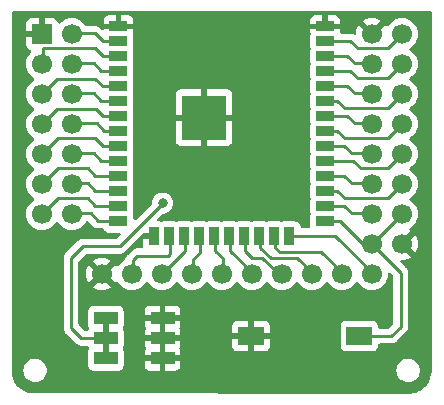
<source format=gbr>
%TF.GenerationSoftware,KiCad,Pcbnew,8.0.4*%
%TF.CreationDate,2024-07-25T09:27:33-04:00*%
%TF.ProjectId,ESP32-WROOM-Socket-Legacy-v2,45535033-322d-4575-924f-4f4d2d536f63,rev?*%
%TF.SameCoordinates,Original*%
%TF.FileFunction,Copper,L1,Top*%
%TF.FilePolarity,Positive*%
%FSLAX46Y46*%
G04 Gerber Fmt 4.6, Leading zero omitted, Abs format (unit mm)*
G04 Created by KiCad (PCBNEW 8.0.4) date 2024-07-25 09:27:33*
%MOMM*%
%LPD*%
G01*
G04 APERTURE LIST*
%TA.AperFunction,SMDPad,CuDef*%
%ADD10R,2.000000X1.100000*%
%TD*%
%TA.AperFunction,SMDPad,CuDef*%
%ADD11R,2.180000X1.600000*%
%TD*%
%TA.AperFunction,ComponentPad*%
%ADD12R,1.700000X1.700000*%
%TD*%
%TA.AperFunction,SMDPad,CuDef*%
%ADD13R,1.500000X0.900000*%
%TD*%
%TA.AperFunction,ComponentPad*%
%ADD14C,1.700000*%
%TD*%
%TA.AperFunction,SMDPad,CuDef*%
%ADD15R,0.900000X1.500000*%
%TD*%
%TA.AperFunction,SMDPad,CuDef*%
%ADD16R,3.800000X3.800000*%
%TD*%
%TA.AperFunction,ViaPad*%
%ADD17C,0.800000*%
%TD*%
%TA.AperFunction,Conductor*%
%ADD18C,0.250000*%
%TD*%
%TA.AperFunction,Conductor*%
%ADD19C,0.500000*%
%TD*%
G04 APERTURE END LIST*
D10*
%TO.P,D1,1,AB*%
%TO.N,Net-(D1-AB)*%
X150140000Y-105375000D03*
%TO.P,D1,2,KB*%
X150140000Y-107075000D03*
%TO.P,D1,3,AR*%
X150140000Y-108775000D03*
%TO.P,D1,4,KR*%
%TO.N,GND*%
X154940000Y-108775000D03*
%TO.P,D1,5,AG*%
X154940000Y-107075000D03*
%TO.P,D1,6,KR*%
X154940000Y-105375000D03*
%TD*%
D11*
%TO.P,SW1,1,1*%
%TO.N,/GPIO0*%
X171600000Y-106900000D03*
%TO.P,SW1,2,2*%
%TO.N,GND*%
X162420000Y-106900000D03*
%TD*%
D12*
%TO.P,U1,1,GND*%
%TO.N,GND*%
X144720000Y-81320000D03*
D13*
X151210000Y-80690000D03*
D14*
%TO.P,U1,2,VDD*%
%TO.N,+3V3*%
X147260000Y-81320000D03*
D13*
X151210000Y-81960000D03*
D14*
%TO.P,U1,3,EN*%
%TO.N,Net-(U1-EN)*%
X144720000Y-83860000D03*
D13*
X151210000Y-83230000D03*
D14*
%TO.P,U1,4,SENSOR_VP*%
%TO.N,unconnected-(U1-SENSOR_VP-Pad4)*%
X147260000Y-83860000D03*
D13*
X151210000Y-84500000D03*
D14*
%TO.P,U1,5,SENSOR_VN*%
%TO.N,unconnected-(U1-SENSOR_VN-Pad5)*%
X144720000Y-86400000D03*
D13*
X151210000Y-85770000D03*
D14*
%TO.P,U1,6,IO34*%
%TO.N,unconnected-(U1-IO34-Pad6)*%
X147260000Y-86400000D03*
D13*
X151210000Y-87040000D03*
D14*
%TO.P,U1,7,IO35*%
%TO.N,unconnected-(U1-IO35-Pad7)*%
X144720000Y-88940000D03*
D13*
X151210000Y-88310000D03*
D14*
%TO.P,U1,8,IO32*%
%TO.N,unconnected-(U1-IO32-Pad8)*%
X147260000Y-88940000D03*
D13*
X151210000Y-89580000D03*
D14*
%TO.P,U1,9,IO33*%
%TO.N,unconnected-(U1-IO33-Pad9)*%
X144720000Y-91480000D03*
D13*
X151210000Y-90850000D03*
D14*
%TO.P,U1,10,IO25*%
%TO.N,unconnected-(U1-IO25-Pad10)*%
X147260000Y-91480000D03*
D13*
X151210000Y-92120000D03*
D14*
%TO.P,U1,11,IO26*%
%TO.N,unconnected-(U1-IO26-Pad11)*%
X144720000Y-94020000D03*
D13*
X151210000Y-93390000D03*
D14*
%TO.P,U1,12,IO27*%
%TO.N,unconnected-(U1-IO27-Pad12)*%
X147260000Y-94020000D03*
D13*
X151210000Y-94660000D03*
D14*
%TO.P,U1,13,IO14*%
%TO.N,unconnected-(U1-IO14-Pad13)*%
X144720000Y-96560000D03*
D13*
X151210000Y-95930000D03*
D14*
%TO.P,U1,14,IO12*%
%TO.N,unconnected-(U1-IO12-Pad14)*%
X147260000Y-96560000D03*
D13*
X151210000Y-97200000D03*
D14*
%TO.P,U1,15,GND*%
%TO.N,GND*%
X149800000Y-101640000D03*
D15*
X154250000Y-98450000D03*
D14*
%TO.P,U1,16,IO13*%
%TO.N,unconnected-(U1-IO13-Pad16)*%
X152340000Y-101640000D03*
D15*
X155520000Y-98450000D03*
D14*
%TO.P,U1,17,SHD/SD2*%
%TO.N,unconnected-(U1-SHD{slash}SD2-Pad17)*%
X154880000Y-101640000D03*
D15*
X156790000Y-98450000D03*
D14*
%TO.P,U1,18,SWP/SD3*%
%TO.N,unconnected-(U1-SWP{slash}SD3-Pad18)*%
X157420000Y-101640000D03*
D15*
X158060000Y-98450000D03*
%TO.P,U1,19,SCS/CMD*%
%TO.N,unconnected-(U1-SCS{slash}CMD-Pad19)*%
X159330000Y-98450000D03*
D14*
X159960000Y-101640000D03*
D15*
%TO.P,U1,20,SCK/CLK*%
%TO.N,unconnected-(U1-SCK{slash}CLK-Pad20)*%
X160600000Y-98450000D03*
D14*
X162500000Y-101640000D03*
D15*
%TO.P,U1,21,SDO/SD0*%
%TO.N,unconnected-(U1-SDO{slash}SD0-Pad21)*%
X161870000Y-98450000D03*
D14*
X165040000Y-101640000D03*
D15*
%TO.P,U1,22,SDI/SD1*%
%TO.N,unconnected-(U1-SDI{slash}SD1-Pad22)*%
X163140000Y-98450000D03*
D14*
X167580000Y-101640000D03*
D15*
%TO.P,U1,23,IO15*%
%TO.N,unconnected-(U1-IO15-Pad23)*%
X164410000Y-98450000D03*
D14*
X170120000Y-101640000D03*
D15*
%TO.P,U1,24,IO2*%
%TO.N,unconnected-(U1-IO2-Pad24)*%
X165680000Y-98450000D03*
D14*
X172660000Y-101640000D03*
D13*
%TO.P,U1,25,IO0*%
%TO.N,/GPIO0*%
X168710000Y-97200000D03*
D14*
X172660000Y-99100000D03*
X175200000Y-96560000D03*
D13*
%TO.P,U1,26,IO4*%
%TO.N,unconnected-(U1-IO4-Pad26)*%
X168710000Y-95930000D03*
D14*
X172660000Y-96560000D03*
D13*
%TO.P,U1,27,IO16*%
%TO.N,unconnected-(U1-IO16-Pad27)*%
X168710000Y-94660000D03*
D14*
X175200000Y-94020000D03*
D13*
%TO.P,U1,28,IO17*%
%TO.N,unconnected-(U1-IO17-Pad28)*%
X168710000Y-93390000D03*
D14*
X172660000Y-94020000D03*
D13*
%TO.P,U1,29,IO5*%
%TO.N,unconnected-(U1-IO5-Pad29)*%
X168710000Y-92120000D03*
D14*
X175200000Y-91480000D03*
D13*
%TO.P,U1,30,IO18*%
%TO.N,unconnected-(U1-IO18-Pad30)*%
X168710000Y-90850000D03*
D14*
X172660000Y-91480000D03*
D13*
%TO.P,U1,31,IO19*%
%TO.N,unconnected-(U1-IO19-Pad31)*%
X168710000Y-89580000D03*
D14*
X175200000Y-88940000D03*
D13*
%TO.P,U1,32,NC*%
%TO.N,unconnected-(U1-NC-Pad32)*%
X168710000Y-88310000D03*
D14*
%TO.N,unconnected-(U1-NC-Pad32)_1*%
X172660000Y-88940000D03*
D13*
%TO.P,U1,33,IO21*%
%TO.N,unconnected-(U1-IO21-Pad33)*%
X168710000Y-87040000D03*
D14*
X175200000Y-86400000D03*
D13*
%TO.P,U1,34,RXD0/IO3*%
%TO.N,unconnected-(U1-RXD0{slash}IO3-Pad34)*%
X168710000Y-85770000D03*
D14*
X172660000Y-86400000D03*
D13*
%TO.P,U1,35,TXD0/IO1*%
%TO.N,unconnected-(U1-TXD0{slash}IO1-Pad35)*%
X168710000Y-84500000D03*
D14*
X175200000Y-83860000D03*
D13*
%TO.P,U1,36,IO22*%
%TO.N,unconnected-(U1-IO22-Pad36)*%
X168710000Y-83230000D03*
D14*
X172660000Y-83860000D03*
D13*
%TO.P,U1,37,IO23*%
%TO.N,unconnected-(U1-IO23-Pad37)*%
X168710000Y-81960000D03*
D14*
X175200000Y-81320000D03*
D13*
%TO.P,U1,38,GND*%
%TO.N,GND*%
X168710000Y-80690000D03*
D14*
X172660000Y-81320000D03*
X175200000Y-99100000D03*
D16*
%TO.P,U1,39,GND*%
X158460000Y-88410000D03*
%TD*%
D17*
%TO.N,Net-(D1-AB)*%
X154950000Y-95650000D03*
%TD*%
D18*
%TO.N,unconnected-(U1-SENSOR_VP-Pad4)*%
X147320000Y-83820000D02*
X149098000Y-83820000D01*
X149098000Y-83820000D02*
X149738000Y-84460000D01*
X149738000Y-84460000D02*
X151270000Y-84460000D01*
%TO.N,unconnected-(U1-SENSOR_VN-Pad5)*%
X144780000Y-86360000D02*
X146040000Y-85100000D01*
X149860000Y-85730000D02*
X151270000Y-85730000D01*
X149230000Y-85100000D02*
X149860000Y-85730000D01*
X146040000Y-85100000D02*
X149230000Y-85100000D01*
%TO.N,unconnected-(U1-IO34-Pad6)*%
X149098000Y-86360000D02*
X147320000Y-86360000D01*
X149738000Y-87000000D02*
X149098000Y-86360000D01*
X151270000Y-87000000D02*
X149738000Y-87000000D01*
%TO.N,unconnected-(U1-IO35-Pad7)*%
X145980000Y-87700000D02*
X149290000Y-87700000D01*
X149860000Y-88270000D02*
X151270000Y-88270000D01*
X144780000Y-88900000D02*
X145980000Y-87700000D01*
X149290000Y-87700000D02*
X149860000Y-88270000D01*
%TO.N,unconnected-(U1-IO32-Pad8)*%
X151270000Y-89540000D02*
X149992000Y-89540000D01*
X149352000Y-88900000D02*
X147320000Y-88900000D01*
X149992000Y-89540000D02*
X149352000Y-88900000D01*
%TO.N,unconnected-(U1-IO33-Pad9)*%
X149220000Y-90170000D02*
X149860000Y-90810000D01*
X146050000Y-90170000D02*
X149220000Y-90170000D01*
X144780000Y-91440000D02*
X146050000Y-90170000D01*
X149860000Y-90810000D02*
X151270000Y-90810000D01*
%TO.N,unconnected-(U1-IO25-Pad10)*%
X149738000Y-92080000D02*
X149098000Y-91440000D01*
X151270000Y-92080000D02*
X149738000Y-92080000D01*
X149098000Y-91440000D02*
X147320000Y-91440000D01*
%TO.N,unconnected-(U1-IO26-Pad11)*%
X148590000Y-92710000D02*
X146050000Y-92710000D01*
X149230000Y-93350000D02*
X148590000Y-92710000D01*
X146050000Y-92710000D02*
X144780000Y-93980000D01*
X151270000Y-93350000D02*
X149230000Y-93350000D01*
%TO.N,unconnected-(U1-IO27-Pad12)*%
X151270000Y-94620000D02*
X149230000Y-94620000D01*
X148590000Y-93980000D02*
X147320000Y-93980000D01*
X149230000Y-94620000D02*
X148590000Y-93980000D01*
%TO.N,unconnected-(U1-IO14-Pad13)*%
X144780000Y-96520000D02*
X146050000Y-95250000D01*
X146050000Y-95250000D02*
X148590000Y-95250000D01*
X149230000Y-95890000D02*
X151270000Y-95890000D01*
X148590000Y-95250000D02*
X149230000Y-95890000D01*
%TO.N,unconnected-(U1-IO12-Pad14)*%
X148844000Y-96520000D02*
X147320000Y-96520000D01*
X149484000Y-97160000D02*
X148844000Y-96520000D01*
X151270000Y-97160000D02*
X149484000Y-97160000D01*
%TO.N,unconnected-(U1-IO13-Pad16)*%
X152400000Y-101600000D02*
X152400000Y-100500000D01*
X155400000Y-100100000D02*
X155580000Y-99920000D01*
X152800000Y-100100000D02*
X155400000Y-100100000D01*
X155580000Y-99920000D02*
X155580000Y-98410000D01*
X152400000Y-100500000D02*
X152800000Y-100100000D01*
%TO.N,unconnected-(U1-SHD{slash}SD2-Pad17)*%
X154940000Y-101600000D02*
X156850000Y-99690000D01*
X156850000Y-99690000D02*
X156850000Y-98410000D01*
%TO.N,unconnected-(U1-SWP{slash}SD3-Pad18)*%
X157480000Y-100420000D02*
X158120000Y-99780000D01*
X158120000Y-99780000D02*
X158120000Y-98410000D01*
X157480000Y-101600000D02*
X157480000Y-100420000D01*
%TO.N,unconnected-(U1-SCS{slash}CMD-Pad19)*%
X160020000Y-101600000D02*
X160020000Y-100320000D01*
X159390000Y-99690000D02*
X159390000Y-98410000D01*
X160020000Y-100320000D02*
X159390000Y-99690000D01*
%TO.N,unconnected-(U1-SCK{slash}CLK-Pad20)*%
X162560000Y-101600000D02*
X160660000Y-99700000D01*
X160660000Y-99700000D02*
X160660000Y-98410000D01*
%TO.N,unconnected-(U1-SDO{slash}SD0-Pad21)*%
X163400000Y-100300000D02*
X162500000Y-100300000D01*
X161930000Y-99730000D02*
X161930000Y-98410000D01*
X164700000Y-101600000D02*
X163400000Y-100300000D01*
X165100000Y-101600000D02*
X164700000Y-101600000D01*
X162500000Y-100300000D02*
X161930000Y-99730000D01*
%TO.N,unconnected-(U1-SDI{slash}SD1-Pad22)*%
X164090000Y-100300000D02*
X166340000Y-100300000D01*
X163200000Y-98410000D02*
X163200000Y-99410000D01*
X166340000Y-100300000D02*
X167640000Y-101600000D01*
X163200000Y-99410000D02*
X164090000Y-100300000D01*
%TO.N,unconnected-(U1-IO15-Pad23)*%
X164470000Y-99410000D02*
X164860000Y-99800000D01*
X164470000Y-98410000D02*
X164470000Y-99410000D01*
X168380000Y-99800000D02*
X170180000Y-101600000D01*
X164860000Y-99800000D02*
X168380000Y-99800000D01*
%TO.N,unconnected-(U1-IO2-Pad24)*%
X169530000Y-98410000D02*
X172720000Y-101600000D01*
X165740000Y-98410000D02*
X169530000Y-98410000D01*
%TO.N,unconnected-(U1-IO4-Pad26)*%
X170942000Y-96520000D02*
X172720000Y-96520000D01*
X170312000Y-95890000D02*
X170942000Y-96520000D01*
X168770000Y-95890000D02*
X170312000Y-95890000D01*
%TO.N,unconnected-(U1-IO16-Pad27)*%
X173990000Y-95250000D02*
X175260000Y-93980000D01*
X169733000Y-94620000D02*
X170363000Y-95250000D01*
X170363000Y-95250000D02*
X173990000Y-95250000D01*
X168770000Y-94620000D02*
X169733000Y-94620000D01*
%TO.N,unconnected-(U1-IO17-Pad28)*%
X168770000Y-93350000D02*
X170312000Y-93350000D01*
X170942000Y-93980000D02*
X172720000Y-93980000D01*
X170312000Y-93350000D02*
X170942000Y-93980000D01*
%TO.N,unconnected-(U1-IO5-Pad29)*%
X171074000Y-92080000D02*
X171704000Y-92710000D01*
X173990000Y-92710000D02*
X175260000Y-91440000D01*
X168770000Y-92080000D02*
X171074000Y-92080000D01*
X171704000Y-92710000D02*
X173990000Y-92710000D01*
%TO.N,unconnected-(U1-IO18-Pad30)*%
X170942000Y-91440000D02*
X172720000Y-91440000D01*
X170312000Y-90810000D02*
X170942000Y-91440000D01*
X168770000Y-90810000D02*
X170312000Y-90810000D01*
%TO.N,unconnected-(U1-IO19-Pad31)*%
X173990000Y-90170000D02*
X175260000Y-88900000D01*
X168770000Y-89540000D02*
X169733000Y-89540000D01*
X170363000Y-90170000D02*
X173990000Y-90170000D01*
X169733000Y-89540000D02*
X170363000Y-90170000D01*
%TO.N,unconnected-(U1-NC-Pad32)*%
X171196000Y-88900000D02*
X172720000Y-88900000D01*
X168770000Y-88270000D02*
X170566000Y-88270000D01*
X170566000Y-88270000D02*
X171196000Y-88900000D01*
%TO.N,unconnected-(U1-IO21-Pad33)*%
X170363000Y-87630000D02*
X173990000Y-87630000D01*
X173990000Y-87630000D02*
X175260000Y-86360000D01*
X168770000Y-87000000D02*
X169733000Y-87000000D01*
X169733000Y-87000000D02*
X170363000Y-87630000D01*
%TO.N,unconnected-(U1-RXD0{slash}IO3-Pad34)*%
X168770000Y-85730000D02*
X170566000Y-85730000D01*
X170566000Y-85730000D02*
X171196000Y-86360000D01*
X171196000Y-86360000D02*
X172720000Y-86360000D01*
%TO.N,unconnected-(U1-TXD0{slash}IO1-Pad35)*%
X170820000Y-84460000D02*
X171450000Y-85090000D01*
X173990000Y-85090000D02*
X175260000Y-83820000D01*
X171450000Y-85090000D02*
X173990000Y-85090000D01*
X168770000Y-84460000D02*
X170820000Y-84460000D01*
%TO.N,unconnected-(U1-IO22-Pad36)*%
X168770000Y-83190000D02*
X170566000Y-83190000D01*
X170566000Y-83190000D02*
X171196000Y-83820000D01*
X171196000Y-83820000D02*
X172720000Y-83820000D01*
%TO.N,unconnected-(U1-IO23-Pad37)*%
X173990000Y-82550000D02*
X175260000Y-81280000D01*
X168770000Y-81920000D02*
X170820000Y-81920000D01*
X170820000Y-81920000D02*
X171450000Y-82550000D01*
X171450000Y-82550000D02*
X173990000Y-82550000D01*
%TO.N,+3V3*%
X149220000Y-81280000D02*
X149860000Y-81920000D01*
X151270000Y-81920000D02*
X149860000Y-81920000D01*
X147320000Y-81280000D02*
X149220000Y-81280000D01*
%TO.N,Net-(D1-AB)*%
X151300000Y-99300000D02*
X154950000Y-95650000D01*
X148200000Y-99300000D02*
X151300000Y-99300000D01*
X150140000Y-107075000D02*
X148075000Y-107075000D01*
D19*
X150140000Y-108775000D02*
X150140000Y-107075000D01*
D18*
X148075000Y-107075000D02*
X147200000Y-106200000D01*
D19*
X150140000Y-107075000D02*
X150140000Y-105375000D01*
D18*
X147200000Y-106200000D02*
X147200000Y-100300000D01*
X147200000Y-100300000D02*
X148200000Y-99300000D01*
%TO.N,Net-(U1-EN)*%
X149220000Y-82550000D02*
X144780000Y-82550000D01*
X149860000Y-83190000D02*
X149220000Y-82550000D01*
X151270000Y-83190000D02*
X149860000Y-83190000D01*
X144780000Y-82550000D02*
X144780000Y-83820000D01*
%TO.N,/GPIO0*%
X172660000Y-99100000D02*
X175100000Y-101540000D01*
X171826000Y-99060000D02*
X172720000Y-99060000D01*
X169926000Y-97160000D02*
X171826000Y-99060000D01*
X174300000Y-106900000D02*
X171600000Y-106900000D01*
X175100000Y-106100000D02*
X174300000Y-106900000D01*
X175100000Y-101540000D02*
X175100000Y-106100000D01*
X172720000Y-99060000D02*
X175260000Y-96520000D01*
X168770000Y-97160000D02*
X169926000Y-97160000D01*
%TD*%
%TA.AperFunction,Conductor*%
%TO.N,GND*%
G36*
X177683039Y-79409685D02*
G01*
X177728794Y-79462489D01*
X177740000Y-79514000D01*
X177740000Y-109798910D01*
X177739980Y-109801122D01*
X177737590Y-109935101D01*
X177736348Y-109950536D01*
X177698051Y-110216897D01*
X177694290Y-110234185D01*
X177618791Y-110491311D01*
X177612608Y-110507887D01*
X177501284Y-110751654D01*
X177492805Y-110767183D01*
X177347922Y-110992624D01*
X177337320Y-111006787D01*
X177161827Y-111209317D01*
X177149317Y-111221827D01*
X176946787Y-111397320D01*
X176932624Y-111407922D01*
X176707183Y-111552805D01*
X176691654Y-111561284D01*
X176447887Y-111672608D01*
X176431311Y-111678791D01*
X176174185Y-111754290D01*
X176156897Y-111758051D01*
X175911170Y-111793381D01*
X175893175Y-111794643D01*
X143566064Y-111703836D01*
X143531482Y-111698814D01*
X143463277Y-111678788D01*
X143446713Y-111672609D01*
X143202945Y-111561284D01*
X143187421Y-111552808D01*
X142961974Y-111407921D01*
X142947812Y-111397320D01*
X142745282Y-111221827D01*
X142732772Y-111209317D01*
X142557279Y-111006787D01*
X142546677Y-110992624D01*
X142401788Y-110767173D01*
X142393315Y-110751654D01*
X142388070Y-110740170D01*
X142331893Y-110617159D01*
X142281991Y-110507887D01*
X142275808Y-110491311D01*
X142205023Y-110250238D01*
X142200000Y-110215303D01*
X142200000Y-109800001D01*
X143152021Y-109800001D01*
X143172542Y-110001820D01*
X143233268Y-110195365D01*
X143233275Y-110195380D01*
X143331717Y-110372739D01*
X143331720Y-110372744D01*
X143463854Y-110526661D01*
X143463855Y-110526663D01*
X143624266Y-110650829D01*
X143624271Y-110650833D01*
X143806398Y-110740171D01*
X144002781Y-110791018D01*
X144205379Y-110801293D01*
X144405898Y-110770574D01*
X144596129Y-110700121D01*
X144768283Y-110592816D01*
X144915314Y-110453053D01*
X145031200Y-110286554D01*
X145111199Y-110100136D01*
X145152034Y-109901430D01*
X145153967Y-109824999D01*
X145154599Y-109800015D01*
X145154599Y-109799986D01*
X145152034Y-109698576D01*
X145152034Y-109698575D01*
X145152034Y-109698572D01*
X145111199Y-109499866D01*
X145031200Y-109313448D01*
X144971212Y-109227261D01*
X144915314Y-109146949D01*
X144768284Y-109007187D01*
X144768283Y-109007186D01*
X144596129Y-108899881D01*
X144487987Y-108859830D01*
X144405899Y-108829428D01*
X144405893Y-108829427D01*
X144205380Y-108798709D01*
X144205379Y-108798709D01*
X144104080Y-108803846D01*
X144002780Y-108808984D01*
X143806397Y-108859831D01*
X143624267Y-108949171D01*
X143463855Y-109073338D01*
X143463854Y-109073340D01*
X143331720Y-109227257D01*
X143331717Y-109227262D01*
X143233275Y-109404621D01*
X143233268Y-109404636D01*
X143172542Y-109598181D01*
X143152021Y-109800001D01*
X142200000Y-109800001D01*
X142200000Y-83859999D01*
X143364341Y-83859999D01*
X143364341Y-83860000D01*
X143384936Y-84095403D01*
X143384938Y-84095413D01*
X143446094Y-84323655D01*
X143446096Y-84323659D01*
X143446097Y-84323663D01*
X143450000Y-84332032D01*
X143545965Y-84537830D01*
X143545967Y-84537834D01*
X143681501Y-84731395D01*
X143681506Y-84731402D01*
X143848597Y-84898493D01*
X143848603Y-84898498D01*
X144034158Y-85028425D01*
X144077783Y-85083002D01*
X144084977Y-85152500D01*
X144053454Y-85214855D01*
X144034158Y-85231575D01*
X143848597Y-85361505D01*
X143681505Y-85528597D01*
X143545965Y-85722169D01*
X143545964Y-85722171D01*
X143446098Y-85936335D01*
X143446094Y-85936344D01*
X143384938Y-86164586D01*
X143384936Y-86164596D01*
X143364341Y-86399999D01*
X143364341Y-86400000D01*
X143384936Y-86635403D01*
X143384938Y-86635413D01*
X143446094Y-86863655D01*
X143446096Y-86863659D01*
X143446097Y-86863663D01*
X143450000Y-86872032D01*
X143545965Y-87077830D01*
X143545967Y-87077834D01*
X143681501Y-87271395D01*
X143681506Y-87271402D01*
X143848597Y-87438493D01*
X143848603Y-87438498D01*
X144034158Y-87568425D01*
X144077783Y-87623002D01*
X144084977Y-87692500D01*
X144053454Y-87754855D01*
X144034158Y-87771575D01*
X143848597Y-87901505D01*
X143681505Y-88068597D01*
X143545965Y-88262169D01*
X143545964Y-88262171D01*
X143446098Y-88476335D01*
X143446094Y-88476344D01*
X143384938Y-88704586D01*
X143384936Y-88704596D01*
X143364341Y-88939999D01*
X143364341Y-88940000D01*
X143384936Y-89175403D01*
X143384938Y-89175413D01*
X143446094Y-89403655D01*
X143446096Y-89403659D01*
X143446097Y-89403663D01*
X143450000Y-89412032D01*
X143545965Y-89617830D01*
X143545967Y-89617834D01*
X143681501Y-89811395D01*
X143681506Y-89811402D01*
X143848597Y-89978493D01*
X143848603Y-89978498D01*
X144034158Y-90108425D01*
X144077783Y-90163002D01*
X144084977Y-90232500D01*
X144053454Y-90294855D01*
X144034158Y-90311575D01*
X143848597Y-90441505D01*
X143681505Y-90608597D01*
X143545965Y-90802169D01*
X143545964Y-90802171D01*
X143446098Y-91016335D01*
X143446094Y-91016344D01*
X143384938Y-91244586D01*
X143384936Y-91244596D01*
X143364341Y-91479999D01*
X143364341Y-91480000D01*
X143384936Y-91715403D01*
X143384938Y-91715413D01*
X143446094Y-91943655D01*
X143446096Y-91943659D01*
X143446097Y-91943663D01*
X143450000Y-91952032D01*
X143545965Y-92157830D01*
X143545967Y-92157834D01*
X143681501Y-92351395D01*
X143681506Y-92351402D01*
X143848597Y-92518493D01*
X143848603Y-92518498D01*
X144034158Y-92648425D01*
X144077783Y-92703002D01*
X144084977Y-92772500D01*
X144053454Y-92834855D01*
X144034158Y-92851575D01*
X143848597Y-92981505D01*
X143681505Y-93148597D01*
X143545965Y-93342169D01*
X143545964Y-93342171D01*
X143446098Y-93556335D01*
X143446094Y-93556344D01*
X143384938Y-93784586D01*
X143384936Y-93784596D01*
X143364341Y-94019999D01*
X143364341Y-94020000D01*
X143384936Y-94255403D01*
X143384938Y-94255413D01*
X143446094Y-94483655D01*
X143446096Y-94483659D01*
X143446097Y-94483663D01*
X143450000Y-94492032D01*
X143545965Y-94697830D01*
X143545967Y-94697834D01*
X143681501Y-94891395D01*
X143681506Y-94891402D01*
X143848597Y-95058493D01*
X143848603Y-95058498D01*
X144034158Y-95188425D01*
X144077783Y-95243002D01*
X144084977Y-95312500D01*
X144053454Y-95374855D01*
X144034158Y-95391575D01*
X143848597Y-95521505D01*
X143681505Y-95688597D01*
X143545965Y-95882169D01*
X143545964Y-95882171D01*
X143446098Y-96096335D01*
X143446094Y-96096344D01*
X143384938Y-96324586D01*
X143384936Y-96324596D01*
X143364341Y-96559999D01*
X143364341Y-96560000D01*
X143384936Y-96795403D01*
X143384938Y-96795413D01*
X143446094Y-97023655D01*
X143446096Y-97023659D01*
X143446097Y-97023663D01*
X143531080Y-97205909D01*
X143545965Y-97237830D01*
X143545967Y-97237834D01*
X143654281Y-97392521D01*
X143681505Y-97431401D01*
X143848599Y-97598495D01*
X143925195Y-97652128D01*
X144042165Y-97734032D01*
X144042167Y-97734033D01*
X144042170Y-97734035D01*
X144256337Y-97833903D01*
X144484592Y-97895063D01*
X144672918Y-97911539D01*
X144719999Y-97915659D01*
X144720000Y-97915659D01*
X144720001Y-97915659D01*
X144759234Y-97912226D01*
X144955408Y-97895063D01*
X145183663Y-97833903D01*
X145397830Y-97734035D01*
X145591401Y-97598495D01*
X145758495Y-97431401D01*
X145888425Y-97245842D01*
X145943002Y-97202217D01*
X146012500Y-97195023D01*
X146074855Y-97226546D01*
X146091575Y-97245842D01*
X146221500Y-97431395D01*
X146221505Y-97431401D01*
X146388599Y-97598495D01*
X146465195Y-97652128D01*
X146582165Y-97734032D01*
X146582167Y-97734033D01*
X146582170Y-97734035D01*
X146796337Y-97833903D01*
X147024592Y-97895063D01*
X147212918Y-97911539D01*
X147259999Y-97915659D01*
X147260000Y-97915659D01*
X147260001Y-97915659D01*
X147299234Y-97912226D01*
X147495408Y-97895063D01*
X147723663Y-97833903D01*
X147937830Y-97734035D01*
X148131401Y-97598495D01*
X148298495Y-97431401D01*
X148434035Y-97237830D01*
X148436535Y-97232466D01*
X148482704Y-97180028D01*
X148549897Y-97160874D01*
X148616779Y-97181087D01*
X148636599Y-97197189D01*
X149085263Y-97645855D01*
X149085267Y-97645858D01*
X149187710Y-97714309D01*
X149187711Y-97714309D01*
X149187715Y-97714312D01*
X149254396Y-97741931D01*
X149254398Y-97741933D01*
X149291940Y-97757483D01*
X149301548Y-97761463D01*
X149319014Y-97764937D01*
X149396549Y-97780360D01*
X149422393Y-97785501D01*
X149422394Y-97785501D01*
X149551721Y-97785501D01*
X149551741Y-97785500D01*
X149890263Y-97785500D01*
X149957302Y-97805185D01*
X150003057Y-97857989D01*
X150006445Y-97866167D01*
X150016202Y-97892328D01*
X150016206Y-97892335D01*
X150102452Y-98007544D01*
X150102455Y-98007547D01*
X150217664Y-98093793D01*
X150217671Y-98093797D01*
X150352517Y-98144091D01*
X150352516Y-98144091D01*
X150359444Y-98144835D01*
X150412127Y-98150500D01*
X151265548Y-98150499D01*
X151332587Y-98170183D01*
X151378342Y-98222987D01*
X151388286Y-98292146D01*
X151359261Y-98355702D01*
X151353229Y-98362180D01*
X151077229Y-98638181D01*
X151015906Y-98671666D01*
X150989548Y-98674500D01*
X148267741Y-98674500D01*
X148267721Y-98674499D01*
X148261607Y-98674499D01*
X148138394Y-98674499D01*
X148037597Y-98694548D01*
X148037592Y-98694548D01*
X148017549Y-98698536D01*
X148017547Y-98698536D01*
X147970397Y-98718067D01*
X147903719Y-98745685D01*
X147903717Y-98745686D01*
X147801266Y-98814141D01*
X147801263Y-98814144D01*
X147049484Y-99565925D01*
X146801269Y-99814140D01*
X146801267Y-99814142D01*
X146773803Y-99841606D01*
X146714142Y-99901266D01*
X146692175Y-99934143D01*
X146645689Y-100003712D01*
X146645685Y-100003719D01*
X146621524Y-100062052D01*
X146621524Y-100062053D01*
X146606331Y-100098729D01*
X146606332Y-100098730D01*
X146605283Y-100101264D01*
X146598537Y-100117549D01*
X146578983Y-100215858D01*
X146574500Y-100238394D01*
X146574500Y-106138393D01*
X146574500Y-106261607D01*
X146574500Y-106261609D01*
X146574499Y-106261609D01*
X146581845Y-106298534D01*
X146581845Y-106298536D01*
X146598535Y-106382444D01*
X146598539Y-106382458D01*
X146609913Y-106409917D01*
X146645685Y-106496281D01*
X146645687Y-106496284D01*
X146679914Y-106547507D01*
X146679915Y-106547509D01*
X146714141Y-106598733D01*
X146805586Y-106690178D01*
X146805608Y-106690198D01*
X147586016Y-107470606D01*
X147586045Y-107470637D01*
X147676264Y-107560856D01*
X147676267Y-107560858D01*
X147753190Y-107612256D01*
X147778710Y-107629309D01*
X147778712Y-107629310D01*
X147778715Y-107629312D01*
X147845396Y-107656931D01*
X147845398Y-107656933D01*
X147883770Y-107672827D01*
X147892548Y-107676463D01*
X147952971Y-107688481D01*
X148013393Y-107700500D01*
X148013394Y-107700500D01*
X148547885Y-107700500D01*
X148614924Y-107720185D01*
X148660679Y-107772989D01*
X148664067Y-107781167D01*
X148699303Y-107875641D01*
X148697575Y-107876285D01*
X148710095Y-107933853D01*
X148698310Y-107973988D01*
X148699303Y-107974359D01*
X148645908Y-108117517D01*
X148643083Y-108143797D01*
X148639501Y-108177123D01*
X148639500Y-108177135D01*
X148639500Y-109372870D01*
X148639501Y-109372876D01*
X148645908Y-109432483D01*
X148696202Y-109567328D01*
X148696206Y-109567335D01*
X148782452Y-109682544D01*
X148782455Y-109682547D01*
X148897664Y-109768793D01*
X148897671Y-109768797D01*
X149032517Y-109819091D01*
X149032516Y-109819091D01*
X149039444Y-109819835D01*
X149092127Y-109825500D01*
X151187872Y-109825499D01*
X151247483Y-109819091D01*
X151382331Y-109768796D01*
X151497546Y-109682546D01*
X151583796Y-109567331D01*
X151634091Y-109432483D01*
X151640500Y-109372873D01*
X151640500Y-109372844D01*
X153440000Y-109372844D01*
X153446401Y-109432372D01*
X153446403Y-109432379D01*
X153496645Y-109567086D01*
X153496649Y-109567093D01*
X153582809Y-109682187D01*
X153582812Y-109682190D01*
X153697906Y-109768350D01*
X153697913Y-109768354D01*
X153832620Y-109818596D01*
X153832627Y-109818598D01*
X153892155Y-109824999D01*
X153892172Y-109825000D01*
X154690000Y-109825000D01*
X155190000Y-109825000D01*
X155987828Y-109825000D01*
X155987844Y-109824999D01*
X156047372Y-109818598D01*
X156047379Y-109818596D01*
X156097238Y-109800000D01*
X174737422Y-109800000D01*
X174757943Y-110001819D01*
X174818669Y-110195364D01*
X174818676Y-110195379D01*
X174917118Y-110372738D01*
X174917121Y-110372743D01*
X175049255Y-110526660D01*
X175049256Y-110526662D01*
X175134721Y-110592816D01*
X175209672Y-110650832D01*
X175391799Y-110740170D01*
X175588182Y-110791017D01*
X175790780Y-110801292D01*
X175991299Y-110770573D01*
X176181530Y-110700120D01*
X176353684Y-110592815D01*
X176500715Y-110453052D01*
X176616601Y-110286553D01*
X176696600Y-110100135D01*
X176737435Y-109901429D01*
X176740000Y-109800000D01*
X176739972Y-109798910D01*
X176737435Y-109698575D01*
X176737435Y-109698571D01*
X176696600Y-109499865D01*
X176616601Y-109313447D01*
X176556613Y-109227260D01*
X176500715Y-109146948D01*
X176353685Y-109007186D01*
X176353684Y-109007185D01*
X176181530Y-108899880D01*
X176181522Y-108899877D01*
X175991300Y-108829427D01*
X175991294Y-108829426D01*
X175790781Y-108798708D01*
X175790780Y-108798708D01*
X175689481Y-108803845D01*
X175588181Y-108808983D01*
X175391798Y-108859830D01*
X175209668Y-108949170D01*
X175049256Y-109073337D01*
X175049255Y-109073339D01*
X174917121Y-109227256D01*
X174917118Y-109227261D01*
X174818676Y-109404620D01*
X174818669Y-109404635D01*
X174757943Y-109598180D01*
X174737422Y-109800000D01*
X156097238Y-109800000D01*
X156182086Y-109768354D01*
X156182093Y-109768350D01*
X156297187Y-109682190D01*
X156297190Y-109682187D01*
X156383350Y-109567093D01*
X156383354Y-109567086D01*
X156433596Y-109432379D01*
X156433598Y-109432372D01*
X156439999Y-109372844D01*
X156440000Y-109372827D01*
X156440000Y-109025000D01*
X155190000Y-109025000D01*
X155190000Y-109825000D01*
X154690000Y-109825000D01*
X154690000Y-109025000D01*
X153440000Y-109025000D01*
X153440000Y-109372844D01*
X151640500Y-109372844D01*
X151640499Y-108177128D01*
X151634091Y-108117517D01*
X151583796Y-107982669D01*
X151583794Y-107982666D01*
X151580696Y-107974360D01*
X151582426Y-107973714D01*
X151569902Y-107916163D01*
X151581691Y-107876011D01*
X151580696Y-107875640D01*
X151583794Y-107867333D01*
X151583796Y-107867331D01*
X151634091Y-107732483D01*
X151640500Y-107672873D01*
X151640500Y-107672844D01*
X153440000Y-107672844D01*
X153446401Y-107732372D01*
X153446403Y-107732379D01*
X153499746Y-107875399D01*
X153498091Y-107876016D01*
X153510669Y-107933855D01*
X153498807Y-107974251D01*
X153499746Y-107974601D01*
X153446403Y-108117620D01*
X153446401Y-108117627D01*
X153440000Y-108177155D01*
X153440000Y-108525000D01*
X154690000Y-108525000D01*
X155190000Y-108525000D01*
X156440000Y-108525000D01*
X156440000Y-108177172D01*
X156439999Y-108177155D01*
X156433598Y-108117627D01*
X156433597Y-108117623D01*
X156380253Y-107974602D01*
X156381909Y-107973984D01*
X156369327Y-107916160D01*
X156381193Y-107875748D01*
X156380253Y-107875398D01*
X156427828Y-107747844D01*
X160830000Y-107747844D01*
X160836401Y-107807372D01*
X160836403Y-107807379D01*
X160886645Y-107942086D01*
X160886649Y-107942093D01*
X160972809Y-108057187D01*
X160972812Y-108057190D01*
X161087906Y-108143350D01*
X161087913Y-108143354D01*
X161222620Y-108193596D01*
X161222627Y-108193598D01*
X161282155Y-108199999D01*
X161282172Y-108200000D01*
X162170000Y-108200000D01*
X162670000Y-108200000D01*
X163557828Y-108200000D01*
X163557844Y-108199999D01*
X163617372Y-108193598D01*
X163617379Y-108193596D01*
X163752086Y-108143354D01*
X163752093Y-108143350D01*
X163867187Y-108057190D01*
X163867190Y-108057187D01*
X163953350Y-107942093D01*
X163953354Y-107942086D01*
X164003596Y-107807379D01*
X164003598Y-107807372D01*
X164009999Y-107747844D01*
X164010000Y-107747827D01*
X164010000Y-107150000D01*
X162670000Y-107150000D01*
X162670000Y-108200000D01*
X162170000Y-108200000D01*
X162170000Y-107150000D01*
X160830000Y-107150000D01*
X160830000Y-107747844D01*
X156427828Y-107747844D01*
X156433597Y-107732376D01*
X156433598Y-107732372D01*
X156439999Y-107672844D01*
X156440000Y-107672827D01*
X156440000Y-107325000D01*
X155190000Y-107325000D01*
X155190000Y-108525000D01*
X154690000Y-108525000D01*
X154690000Y-107325000D01*
X153440000Y-107325000D01*
X153440000Y-107672844D01*
X151640500Y-107672844D01*
X151640499Y-106477128D01*
X151634091Y-106417517D01*
X151583796Y-106282669D01*
X151583794Y-106282666D01*
X151580696Y-106274360D01*
X151582426Y-106273714D01*
X151569902Y-106216163D01*
X151581691Y-106176011D01*
X151580696Y-106175640D01*
X151583794Y-106167333D01*
X151583796Y-106167331D01*
X151634091Y-106032483D01*
X151640500Y-105972873D01*
X151640500Y-105972844D01*
X153440000Y-105972844D01*
X153446401Y-106032372D01*
X153446403Y-106032379D01*
X153499746Y-106175399D01*
X153498091Y-106176016D01*
X153510669Y-106233855D01*
X153498807Y-106274251D01*
X153499746Y-106274601D01*
X153446403Y-106417620D01*
X153446401Y-106417627D01*
X153440000Y-106477155D01*
X153440000Y-106825000D01*
X154690000Y-106825000D01*
X155190000Y-106825000D01*
X156440000Y-106825000D01*
X156440000Y-106477172D01*
X156439999Y-106477155D01*
X156433598Y-106417627D01*
X156433597Y-106417623D01*
X156380253Y-106274602D01*
X156381909Y-106273984D01*
X156369327Y-106216160D01*
X156381193Y-106175748D01*
X156380253Y-106175398D01*
X156426220Y-106052155D01*
X160830000Y-106052155D01*
X160830000Y-106650000D01*
X162170000Y-106650000D01*
X162670000Y-106650000D01*
X164010000Y-106650000D01*
X164010000Y-106052172D01*
X164009999Y-106052155D01*
X164003598Y-105992627D01*
X164003596Y-105992620D01*
X163953354Y-105857913D01*
X163953350Y-105857906D01*
X163867190Y-105742812D01*
X163867187Y-105742809D01*
X163752093Y-105656649D01*
X163752086Y-105656645D01*
X163617379Y-105606403D01*
X163617372Y-105606401D01*
X163557844Y-105600000D01*
X162670000Y-105600000D01*
X162670000Y-106650000D01*
X162170000Y-106650000D01*
X162170000Y-105600000D01*
X161282155Y-105600000D01*
X161222627Y-105606401D01*
X161222620Y-105606403D01*
X161087913Y-105656645D01*
X161087906Y-105656649D01*
X160972812Y-105742809D01*
X160972809Y-105742812D01*
X160886649Y-105857906D01*
X160886645Y-105857913D01*
X160836403Y-105992620D01*
X160836401Y-105992627D01*
X160830000Y-106052155D01*
X156426220Y-106052155D01*
X156433597Y-106032376D01*
X156433598Y-106032372D01*
X156439999Y-105972844D01*
X156440000Y-105972827D01*
X156440000Y-105625000D01*
X155190000Y-105625000D01*
X155190000Y-106825000D01*
X154690000Y-106825000D01*
X154690000Y-105625000D01*
X153440000Y-105625000D01*
X153440000Y-105972844D01*
X151640500Y-105972844D01*
X151640499Y-104777155D01*
X153440000Y-104777155D01*
X153440000Y-105125000D01*
X154690000Y-105125000D01*
X155190000Y-105125000D01*
X156440000Y-105125000D01*
X156440000Y-104777172D01*
X156439999Y-104777155D01*
X156433598Y-104717627D01*
X156433596Y-104717620D01*
X156383354Y-104582913D01*
X156383350Y-104582906D01*
X156297190Y-104467812D01*
X156297187Y-104467809D01*
X156182093Y-104381649D01*
X156182086Y-104381645D01*
X156047379Y-104331403D01*
X156047372Y-104331401D01*
X155987844Y-104325000D01*
X155190000Y-104325000D01*
X155190000Y-105125000D01*
X154690000Y-105125000D01*
X154690000Y-104325000D01*
X153892155Y-104325000D01*
X153832627Y-104331401D01*
X153832620Y-104331403D01*
X153697913Y-104381645D01*
X153697906Y-104381649D01*
X153582812Y-104467809D01*
X153582809Y-104467812D01*
X153496649Y-104582906D01*
X153496645Y-104582913D01*
X153446403Y-104717620D01*
X153446401Y-104717627D01*
X153440000Y-104777155D01*
X151640499Y-104777155D01*
X151640499Y-104777128D01*
X151634091Y-104717517D01*
X151583884Y-104582906D01*
X151583797Y-104582671D01*
X151583793Y-104582664D01*
X151497547Y-104467455D01*
X151497544Y-104467452D01*
X151382335Y-104381206D01*
X151382328Y-104381202D01*
X151247482Y-104330908D01*
X151247483Y-104330908D01*
X151187883Y-104324501D01*
X151187881Y-104324500D01*
X151187873Y-104324500D01*
X151187864Y-104324500D01*
X149092129Y-104324500D01*
X149092123Y-104324501D01*
X149032516Y-104330908D01*
X148897671Y-104381202D01*
X148897664Y-104381206D01*
X148782455Y-104467452D01*
X148782452Y-104467455D01*
X148696206Y-104582664D01*
X148696202Y-104582671D01*
X148645908Y-104717517D01*
X148639501Y-104777116D01*
X148639501Y-104777123D01*
X148639500Y-104777135D01*
X148639500Y-105972870D01*
X148639501Y-105972876D01*
X148645908Y-106032483D01*
X148699303Y-106175641D01*
X148697575Y-106176285D01*
X148710095Y-106233853D01*
X148698309Y-106273989D01*
X148699303Y-106274360D01*
X148664066Y-106368834D01*
X148622194Y-106424767D01*
X148556730Y-106449184D01*
X148547884Y-106449500D01*
X148385452Y-106449500D01*
X148318413Y-106429815D01*
X148297771Y-106413181D01*
X147861819Y-105977229D01*
X147828334Y-105915906D01*
X147825500Y-105889548D01*
X147825500Y-100610452D01*
X147845185Y-100543413D01*
X147861819Y-100522771D01*
X148422772Y-99961819D01*
X148484095Y-99928334D01*
X148510453Y-99925500D01*
X151361608Y-99925500D01*
X151361608Y-99925499D01*
X151427210Y-99912451D01*
X151427212Y-99912451D01*
X151482442Y-99901465D01*
X151482442Y-99901464D01*
X151482452Y-99901463D01*
X151515792Y-99887652D01*
X151596286Y-99854312D01*
X151596289Y-99854309D01*
X151596291Y-99854309D01*
X151620721Y-99837984D01*
X151649825Y-99818537D01*
X151698733Y-99785858D01*
X151785858Y-99698733D01*
X151785858Y-99698731D01*
X151796066Y-99688524D01*
X151796067Y-99688521D01*
X153248272Y-98236317D01*
X153309593Y-98202834D01*
X153335951Y-98200000D01*
X154376000Y-98200000D01*
X154443039Y-98219685D01*
X154488794Y-98272489D01*
X154500000Y-98324000D01*
X154500000Y-98576000D01*
X154480315Y-98643039D01*
X154427511Y-98688794D01*
X154376000Y-98700000D01*
X153300000Y-98700000D01*
X153300000Y-99247844D01*
X153306401Y-99307372D01*
X153308187Y-99314930D01*
X153306900Y-99315233D01*
X153311309Y-99376856D01*
X153277825Y-99438180D01*
X153216502Y-99471666D01*
X153190142Y-99474500D01*
X152738388Y-99474500D01*
X152617555Y-99498535D01*
X152617547Y-99498537D01*
X152503716Y-99545687D01*
X152426102Y-99597547D01*
X152426101Y-99597549D01*
X152422433Y-99600000D01*
X152401260Y-99614147D01*
X152094142Y-99921267D01*
X152001269Y-100014140D01*
X152001267Y-100014142D01*
X151957705Y-100057703D01*
X151914144Y-100101264D01*
X151914142Y-100101267D01*
X151895790Y-100128733D01*
X151895789Y-100128735D01*
X151895788Y-100128734D01*
X151845689Y-100203712D01*
X151845685Y-100203719D01*
X151819948Y-100265857D01*
X151819948Y-100265858D01*
X151798538Y-100317545D01*
X151798535Y-100317554D01*
X151792198Y-100349415D01*
X151759813Y-100411326D01*
X151722988Y-100437604D01*
X151662172Y-100465963D01*
X151662169Y-100465965D01*
X151468597Y-100601505D01*
X151301505Y-100768597D01*
X151171269Y-100954595D01*
X151116692Y-100998220D01*
X151047194Y-101005414D01*
X150984839Y-100973891D01*
X150968119Y-100954595D01*
X150914925Y-100878626D01*
X150914925Y-100878625D01*
X150282962Y-101510589D01*
X150265925Y-101447007D01*
X150200099Y-101332993D01*
X150107007Y-101239901D01*
X149992993Y-101174075D01*
X149929410Y-101157037D01*
X150561373Y-100525073D01*
X150561373Y-100525072D01*
X150477583Y-100466402D01*
X150477579Y-100466400D01*
X150263492Y-100366570D01*
X150263483Y-100366566D01*
X150035326Y-100305432D01*
X150035315Y-100305430D01*
X149800002Y-100284843D01*
X149799998Y-100284843D01*
X149564684Y-100305430D01*
X149564673Y-100305432D01*
X149336516Y-100366566D01*
X149336507Y-100366570D01*
X149122419Y-100466401D01*
X149038625Y-100525072D01*
X149670590Y-101157037D01*
X149607007Y-101174075D01*
X149492993Y-101239901D01*
X149399901Y-101332993D01*
X149334075Y-101447007D01*
X149317037Y-101510589D01*
X148685073Y-100878625D01*
X148685072Y-100878625D01*
X148626401Y-100962419D01*
X148526570Y-101176507D01*
X148526566Y-101176516D01*
X148465432Y-101404673D01*
X148465430Y-101404684D01*
X148444843Y-101639998D01*
X148444843Y-101640001D01*
X148465430Y-101875315D01*
X148465432Y-101875326D01*
X148526566Y-102103483D01*
X148526570Y-102103492D01*
X148626400Y-102317579D01*
X148626402Y-102317583D01*
X148685072Y-102401373D01*
X148685073Y-102401373D01*
X149317037Y-101769409D01*
X149334075Y-101832993D01*
X149399901Y-101947007D01*
X149492993Y-102040099D01*
X149607007Y-102105925D01*
X149670590Y-102122962D01*
X149038625Y-102754925D01*
X149122421Y-102813599D01*
X149336507Y-102913429D01*
X149336516Y-102913433D01*
X149564673Y-102974567D01*
X149564684Y-102974569D01*
X149799998Y-102995157D01*
X149800002Y-102995157D01*
X150035315Y-102974569D01*
X150035326Y-102974567D01*
X150263483Y-102913433D01*
X150263492Y-102913429D01*
X150477578Y-102813600D01*
X150477582Y-102813598D01*
X150561373Y-102754926D01*
X150561373Y-102754925D01*
X149929409Y-102122962D01*
X149992993Y-102105925D01*
X150107007Y-102040099D01*
X150200099Y-101947007D01*
X150265925Y-101832993D01*
X150282962Y-101769409D01*
X150914925Y-102401373D01*
X150968119Y-102325405D01*
X151022696Y-102281781D01*
X151092195Y-102274588D01*
X151154549Y-102306110D01*
X151171269Y-102325405D01*
X151301505Y-102511401D01*
X151468599Y-102678495D01*
X151565384Y-102746265D01*
X151662165Y-102814032D01*
X151662167Y-102814033D01*
X151662170Y-102814035D01*
X151876337Y-102913903D01*
X152104592Y-102975063D01*
X152292918Y-102991539D01*
X152339999Y-102995659D01*
X152340000Y-102995659D01*
X152340001Y-102995659D01*
X152379234Y-102992226D01*
X152575408Y-102975063D01*
X152803663Y-102913903D01*
X153017830Y-102814035D01*
X153211401Y-102678495D01*
X153378495Y-102511401D01*
X153508425Y-102325842D01*
X153563002Y-102282217D01*
X153632500Y-102275023D01*
X153694855Y-102306546D01*
X153711575Y-102325842D01*
X153841500Y-102511395D01*
X153841505Y-102511401D01*
X154008599Y-102678495D01*
X154105384Y-102746265D01*
X154202165Y-102814032D01*
X154202167Y-102814033D01*
X154202170Y-102814035D01*
X154416337Y-102913903D01*
X154644592Y-102975063D01*
X154832918Y-102991539D01*
X154879999Y-102995659D01*
X154880000Y-102995659D01*
X154880001Y-102995659D01*
X154919234Y-102992226D01*
X155115408Y-102975063D01*
X155343663Y-102913903D01*
X155557830Y-102814035D01*
X155751401Y-102678495D01*
X155918495Y-102511401D01*
X156048425Y-102325842D01*
X156103002Y-102282217D01*
X156172500Y-102275023D01*
X156234855Y-102306546D01*
X156251575Y-102325842D01*
X156381500Y-102511395D01*
X156381505Y-102511401D01*
X156548599Y-102678495D01*
X156645384Y-102746265D01*
X156742165Y-102814032D01*
X156742167Y-102814033D01*
X156742170Y-102814035D01*
X156956337Y-102913903D01*
X157184592Y-102975063D01*
X157372918Y-102991539D01*
X157419999Y-102995659D01*
X157420000Y-102995659D01*
X157420001Y-102995659D01*
X157459234Y-102992226D01*
X157655408Y-102975063D01*
X157883663Y-102913903D01*
X158097830Y-102814035D01*
X158291401Y-102678495D01*
X158458495Y-102511401D01*
X158588425Y-102325842D01*
X158643002Y-102282217D01*
X158712500Y-102275023D01*
X158774855Y-102306546D01*
X158791575Y-102325842D01*
X158921500Y-102511395D01*
X158921505Y-102511401D01*
X159088599Y-102678495D01*
X159185384Y-102746265D01*
X159282165Y-102814032D01*
X159282167Y-102814033D01*
X159282170Y-102814035D01*
X159496337Y-102913903D01*
X159724592Y-102975063D01*
X159912918Y-102991539D01*
X159959999Y-102995659D01*
X159960000Y-102995659D01*
X159960001Y-102995659D01*
X159999234Y-102992226D01*
X160195408Y-102975063D01*
X160423663Y-102913903D01*
X160637830Y-102814035D01*
X160831401Y-102678495D01*
X160998495Y-102511401D01*
X161128425Y-102325842D01*
X161183002Y-102282217D01*
X161252500Y-102275023D01*
X161314855Y-102306546D01*
X161331575Y-102325842D01*
X161461500Y-102511395D01*
X161461505Y-102511401D01*
X161628599Y-102678495D01*
X161725384Y-102746265D01*
X161822165Y-102814032D01*
X161822167Y-102814033D01*
X161822170Y-102814035D01*
X162036337Y-102913903D01*
X162264592Y-102975063D01*
X162452918Y-102991539D01*
X162499999Y-102995659D01*
X162500000Y-102995659D01*
X162500001Y-102995659D01*
X162539234Y-102992226D01*
X162735408Y-102975063D01*
X162963663Y-102913903D01*
X163177830Y-102814035D01*
X163371401Y-102678495D01*
X163538495Y-102511401D01*
X163668425Y-102325842D01*
X163723002Y-102282217D01*
X163792500Y-102275023D01*
X163854855Y-102306546D01*
X163871575Y-102325842D01*
X164001500Y-102511395D01*
X164001505Y-102511401D01*
X164168599Y-102678495D01*
X164265384Y-102746265D01*
X164362165Y-102814032D01*
X164362167Y-102814033D01*
X164362170Y-102814035D01*
X164576337Y-102913903D01*
X164804592Y-102975063D01*
X164992918Y-102991539D01*
X165039999Y-102995659D01*
X165040000Y-102995659D01*
X165040001Y-102995659D01*
X165079234Y-102992226D01*
X165275408Y-102975063D01*
X165503663Y-102913903D01*
X165717830Y-102814035D01*
X165911401Y-102678495D01*
X166078495Y-102511401D01*
X166208425Y-102325842D01*
X166263002Y-102282217D01*
X166332500Y-102275023D01*
X166394855Y-102306546D01*
X166411575Y-102325842D01*
X166541500Y-102511395D01*
X166541505Y-102511401D01*
X166708599Y-102678495D01*
X166805384Y-102746265D01*
X166902165Y-102814032D01*
X166902167Y-102814033D01*
X166902170Y-102814035D01*
X167116337Y-102913903D01*
X167344592Y-102975063D01*
X167532918Y-102991539D01*
X167579999Y-102995659D01*
X167580000Y-102995659D01*
X167580001Y-102995659D01*
X167619234Y-102992226D01*
X167815408Y-102975063D01*
X168043663Y-102913903D01*
X168257830Y-102814035D01*
X168451401Y-102678495D01*
X168618495Y-102511401D01*
X168748425Y-102325842D01*
X168803002Y-102282217D01*
X168872500Y-102275023D01*
X168934855Y-102306546D01*
X168951575Y-102325842D01*
X169081500Y-102511395D01*
X169081505Y-102511401D01*
X169248599Y-102678495D01*
X169345384Y-102746265D01*
X169442165Y-102814032D01*
X169442167Y-102814033D01*
X169442170Y-102814035D01*
X169656337Y-102913903D01*
X169884592Y-102975063D01*
X170072918Y-102991539D01*
X170119999Y-102995659D01*
X170120000Y-102995659D01*
X170120001Y-102995659D01*
X170159234Y-102992226D01*
X170355408Y-102975063D01*
X170583663Y-102913903D01*
X170797830Y-102814035D01*
X170991401Y-102678495D01*
X171158495Y-102511401D01*
X171288425Y-102325842D01*
X171343002Y-102282217D01*
X171412500Y-102275023D01*
X171474855Y-102306546D01*
X171491575Y-102325842D01*
X171621500Y-102511395D01*
X171621505Y-102511401D01*
X171788599Y-102678495D01*
X171885384Y-102746265D01*
X171982165Y-102814032D01*
X171982167Y-102814033D01*
X171982170Y-102814035D01*
X172196337Y-102913903D01*
X172424592Y-102975063D01*
X172612918Y-102991539D01*
X172659999Y-102995659D01*
X172660000Y-102995659D01*
X172660001Y-102995659D01*
X172699234Y-102992226D01*
X172895408Y-102975063D01*
X173123663Y-102913903D01*
X173337830Y-102814035D01*
X173531401Y-102678495D01*
X173698495Y-102511401D01*
X173834035Y-102317830D01*
X173933903Y-102103663D01*
X173995063Y-101875408D01*
X174015659Y-101640000D01*
X174015659Y-101639998D01*
X174015659Y-101639611D01*
X174015707Y-101639445D01*
X174016131Y-101634606D01*
X174017103Y-101634691D01*
X174035344Y-101572572D01*
X174088148Y-101526817D01*
X174157306Y-101516873D01*
X174220862Y-101545898D01*
X174227340Y-101551930D01*
X174438181Y-101762771D01*
X174471666Y-101824094D01*
X174474500Y-101850452D01*
X174474500Y-105789548D01*
X174454815Y-105856587D01*
X174438181Y-105877229D01*
X174077229Y-106238181D01*
X174015906Y-106271666D01*
X173989548Y-106274500D01*
X173314499Y-106274500D01*
X173247460Y-106254815D01*
X173201705Y-106202011D01*
X173190499Y-106150500D01*
X173190499Y-106052129D01*
X173190498Y-106052123D01*
X173190497Y-106052116D01*
X173184091Y-105992517D01*
X173176765Y-105972876D01*
X173133797Y-105857671D01*
X173133793Y-105857664D01*
X173047547Y-105742455D01*
X173047544Y-105742452D01*
X172932335Y-105656206D01*
X172932328Y-105656202D01*
X172797482Y-105605908D01*
X172797483Y-105605908D01*
X172737883Y-105599501D01*
X172737881Y-105599500D01*
X172737873Y-105599500D01*
X172737864Y-105599500D01*
X170462129Y-105599500D01*
X170462123Y-105599501D01*
X170402516Y-105605908D01*
X170267671Y-105656202D01*
X170267664Y-105656206D01*
X170152455Y-105742452D01*
X170152452Y-105742455D01*
X170066206Y-105857664D01*
X170066202Y-105857671D01*
X170015908Y-105992517D01*
X170009501Y-106052116D01*
X170009501Y-106052123D01*
X170009500Y-106052135D01*
X170009500Y-107747870D01*
X170009501Y-107747876D01*
X170015908Y-107807483D01*
X170066202Y-107942328D01*
X170066206Y-107942335D01*
X170152452Y-108057544D01*
X170152455Y-108057547D01*
X170267664Y-108143793D01*
X170267671Y-108143797D01*
X170402517Y-108194091D01*
X170402516Y-108194091D01*
X170409444Y-108194835D01*
X170462127Y-108200500D01*
X172737872Y-108200499D01*
X172797483Y-108194091D01*
X172932331Y-108143796D01*
X173047546Y-108057546D01*
X173133796Y-107942331D01*
X173184091Y-107807483D01*
X173190500Y-107747873D01*
X173190500Y-107649500D01*
X173210185Y-107582461D01*
X173262989Y-107536706D01*
X173314500Y-107525500D01*
X174361607Y-107525500D01*
X174422029Y-107513481D01*
X174482452Y-107501463D01*
X174482455Y-107501461D01*
X174482458Y-107501461D01*
X174515787Y-107487654D01*
X174515786Y-107487654D01*
X174515792Y-107487652D01*
X174596286Y-107454312D01*
X174647509Y-107420084D01*
X174698733Y-107385858D01*
X174785858Y-107298733D01*
X174785859Y-107298731D01*
X174792925Y-107291665D01*
X174792928Y-107291661D01*
X175498729Y-106585860D01*
X175498733Y-106585858D01*
X175585858Y-106498733D01*
X175615582Y-106454247D01*
X175652947Y-106398328D01*
X175652949Y-106398325D01*
X175654311Y-106396286D01*
X175654312Y-106396285D01*
X175701463Y-106282451D01*
X175725500Y-106161607D01*
X175725500Y-106038393D01*
X175725500Y-101478394D01*
X175701463Y-101357548D01*
X175687652Y-101324207D01*
X175654312Y-101243714D01*
X175609291Y-101176337D01*
X175597603Y-101158844D01*
X175585859Y-101141268D01*
X175585855Y-101141263D01*
X175495637Y-101051045D01*
X175495606Y-101051016D01*
X175111428Y-100666838D01*
X175077943Y-100605515D01*
X175082927Y-100535823D01*
X175124799Y-100479890D01*
X175190263Y-100455473D01*
X175199109Y-100455157D01*
X175200002Y-100455157D01*
X175435315Y-100434569D01*
X175435326Y-100434567D01*
X175663483Y-100373433D01*
X175663492Y-100373429D01*
X175877578Y-100273600D01*
X175877582Y-100273598D01*
X175961373Y-100214926D01*
X175961373Y-100214925D01*
X175329410Y-99582962D01*
X175392993Y-99565925D01*
X175507007Y-99500099D01*
X175600099Y-99407007D01*
X175665925Y-99292993D01*
X175682962Y-99229410D01*
X176314925Y-99861373D01*
X176314926Y-99861373D01*
X176373598Y-99777582D01*
X176373600Y-99777578D01*
X176473429Y-99563492D01*
X176473433Y-99563483D01*
X176534567Y-99335326D01*
X176534569Y-99335315D01*
X176555157Y-99100001D01*
X176555157Y-99099998D01*
X176534569Y-98864684D01*
X176534567Y-98864673D01*
X176473433Y-98636516D01*
X176473429Y-98636507D01*
X176373600Y-98422423D01*
X176373599Y-98422421D01*
X176314925Y-98338626D01*
X176314925Y-98338625D01*
X175682962Y-98970589D01*
X175665925Y-98907007D01*
X175600099Y-98792993D01*
X175507007Y-98699901D01*
X175392993Y-98634075D01*
X175329409Y-98617037D01*
X175961373Y-97985073D01*
X175961373Y-97985072D01*
X175885405Y-97931880D01*
X175841780Y-97877304D01*
X175834586Y-97807805D01*
X175866108Y-97745451D01*
X175885399Y-97728734D01*
X176071401Y-97598495D01*
X176238495Y-97431401D01*
X176374035Y-97237830D01*
X176473903Y-97023663D01*
X176535063Y-96795408D01*
X176555659Y-96560000D01*
X176554479Y-96546518D01*
X176535063Y-96324596D01*
X176535063Y-96324592D01*
X176473903Y-96096337D01*
X176374035Y-95882171D01*
X176238495Y-95688599D01*
X176238494Y-95688597D01*
X176071402Y-95521506D01*
X176071396Y-95521501D01*
X175885842Y-95391575D01*
X175842217Y-95336998D01*
X175835023Y-95267500D01*
X175866546Y-95205145D01*
X175885842Y-95188425D01*
X175986726Y-95117785D01*
X176071401Y-95058495D01*
X176238495Y-94891401D01*
X176374035Y-94697830D01*
X176473903Y-94483663D01*
X176535063Y-94255408D01*
X176555659Y-94020000D01*
X176535063Y-93784592D01*
X176473903Y-93556337D01*
X176374035Y-93342171D01*
X176238495Y-93148599D01*
X176238494Y-93148597D01*
X176071402Y-92981506D01*
X176071396Y-92981501D01*
X175885842Y-92851575D01*
X175842217Y-92796998D01*
X175835023Y-92727500D01*
X175866546Y-92665145D01*
X175885842Y-92648425D01*
X175929487Y-92617864D01*
X176071401Y-92518495D01*
X176238495Y-92351401D01*
X176374035Y-92157830D01*
X176473903Y-91943663D01*
X176535063Y-91715408D01*
X176555659Y-91480000D01*
X176535063Y-91244592D01*
X176473903Y-91016337D01*
X176374035Y-90802171D01*
X176339854Y-90753354D01*
X176238494Y-90608597D01*
X176071402Y-90441506D01*
X176071396Y-90441501D01*
X175885842Y-90311575D01*
X175842217Y-90256998D01*
X175835023Y-90187500D01*
X175866546Y-90125145D01*
X175885842Y-90108425D01*
X175929487Y-90077864D01*
X176071401Y-89978495D01*
X176238495Y-89811401D01*
X176374035Y-89617830D01*
X176473903Y-89403663D01*
X176535063Y-89175408D01*
X176555659Y-88940000D01*
X176535063Y-88704592D01*
X176473903Y-88476337D01*
X176374035Y-88262171D01*
X176302495Y-88160000D01*
X176238494Y-88068597D01*
X176071402Y-87901506D01*
X176071396Y-87901501D01*
X175885842Y-87771575D01*
X175842217Y-87716998D01*
X175835023Y-87647500D01*
X175866546Y-87585145D01*
X175885842Y-87568425D01*
X175929487Y-87537864D01*
X176071401Y-87438495D01*
X176238495Y-87271401D01*
X176374035Y-87077830D01*
X176473903Y-86863663D01*
X176535063Y-86635408D01*
X176555659Y-86400000D01*
X176535063Y-86164592D01*
X176473903Y-85936337D01*
X176374035Y-85722171D01*
X176238495Y-85528599D01*
X176238494Y-85528597D01*
X176071402Y-85361506D01*
X176071396Y-85361501D01*
X175885842Y-85231575D01*
X175842217Y-85176998D01*
X175835023Y-85107500D01*
X175866546Y-85045145D01*
X175885842Y-85028425D01*
X175929487Y-84997864D01*
X176071401Y-84898495D01*
X176238495Y-84731401D01*
X176374035Y-84537830D01*
X176473903Y-84323663D01*
X176535063Y-84095408D01*
X176555659Y-83860000D01*
X176535063Y-83624592D01*
X176473903Y-83396337D01*
X176374035Y-83182171D01*
X176238495Y-82988599D01*
X176238494Y-82988597D01*
X176071402Y-82821506D01*
X176071396Y-82821501D01*
X175885842Y-82691575D01*
X175842217Y-82636998D01*
X175835023Y-82567500D01*
X175866546Y-82505145D01*
X175885842Y-82488425D01*
X175994865Y-82412086D01*
X176071401Y-82358495D01*
X176238495Y-82191401D01*
X176374035Y-81997830D01*
X176473903Y-81783663D01*
X176535063Y-81555408D01*
X176555659Y-81320000D01*
X176554479Y-81306518D01*
X176547086Y-81222011D01*
X176535063Y-81084592D01*
X176473903Y-80856337D01*
X176374035Y-80642171D01*
X176368885Y-80634815D01*
X176238494Y-80448597D01*
X176071402Y-80281506D01*
X176071395Y-80281501D01*
X175877834Y-80145967D01*
X175877830Y-80145965D01*
X175877828Y-80145964D01*
X175663663Y-80046097D01*
X175663659Y-80046096D01*
X175663655Y-80046094D01*
X175435413Y-79984938D01*
X175435403Y-79984936D01*
X175200001Y-79964341D01*
X175199999Y-79964341D01*
X174964596Y-79984936D01*
X174964586Y-79984938D01*
X174736344Y-80046094D01*
X174736335Y-80046098D01*
X174522171Y-80145964D01*
X174522169Y-80145965D01*
X174328597Y-80281505D01*
X174161505Y-80448597D01*
X174031269Y-80634595D01*
X173976692Y-80678220D01*
X173907194Y-80685414D01*
X173844839Y-80653891D01*
X173828119Y-80634595D01*
X173774925Y-80558626D01*
X173774925Y-80558625D01*
X173142961Y-81190588D01*
X173125925Y-81127007D01*
X173060099Y-81012993D01*
X172967007Y-80919901D01*
X172852993Y-80854075D01*
X172789410Y-80837037D01*
X173421373Y-80205073D01*
X173421373Y-80205072D01*
X173337583Y-80146402D01*
X173337579Y-80146400D01*
X173123492Y-80046570D01*
X173123483Y-80046566D01*
X172895326Y-79985432D01*
X172895315Y-79985430D01*
X172660002Y-79964843D01*
X172659998Y-79964843D01*
X172424684Y-79985430D01*
X172424673Y-79985432D01*
X172196516Y-80046566D01*
X172196507Y-80046570D01*
X171982419Y-80146401D01*
X171898625Y-80205072D01*
X172530590Y-80837037D01*
X172467007Y-80854075D01*
X172352993Y-80919901D01*
X172259901Y-81012993D01*
X172194075Y-81127007D01*
X172177037Y-81190590D01*
X171545072Y-80558625D01*
X171486401Y-80642419D01*
X171386570Y-80856507D01*
X171386566Y-80856516D01*
X171325432Y-81084673D01*
X171325430Y-81084683D01*
X171308908Y-81273530D01*
X171283455Y-81338598D01*
X171226864Y-81379577D01*
X171157102Y-81383455D01*
X171121871Y-81368160D01*
X171121658Y-81368560D01*
X171116757Y-81365940D01*
X171116490Y-81365824D01*
X171116286Y-81365688D01*
X171116283Y-81365686D01*
X171116280Y-81365685D01*
X171035792Y-81332347D01*
X171002453Y-81318537D01*
X170992427Y-81316543D01*
X170942029Y-81306518D01*
X170881610Y-81294500D01*
X170881607Y-81294500D01*
X170881606Y-81294500D01*
X170084000Y-81294500D01*
X170016961Y-81274815D01*
X169971206Y-81222011D01*
X169960000Y-81170500D01*
X169960000Y-80940000D01*
X167460000Y-80940000D01*
X167460000Y-81187844D01*
X167466401Y-81247372D01*
X167466403Y-81247379D01*
X167478925Y-81280952D01*
X167483909Y-81350643D01*
X167478925Y-81367617D01*
X167465909Y-81402514D01*
X167465908Y-81402516D01*
X167459501Y-81462116D01*
X167459501Y-81462123D01*
X167459500Y-81462135D01*
X167459500Y-82457870D01*
X167459501Y-82457876D01*
X167465908Y-82517481D01*
X167478659Y-82551669D01*
X167483642Y-82621361D01*
X167478659Y-82638331D01*
X167465908Y-82672518D01*
X167459501Y-82732116D01*
X167459501Y-82732123D01*
X167459500Y-82732135D01*
X167459500Y-83727870D01*
X167459501Y-83727876D01*
X167465908Y-83787481D01*
X167478659Y-83821669D01*
X167483642Y-83891361D01*
X167478659Y-83908331D01*
X167465908Y-83942518D01*
X167459501Y-84002116D01*
X167459501Y-84002123D01*
X167459500Y-84002135D01*
X167459500Y-84997870D01*
X167459501Y-84997876D01*
X167465908Y-85057481D01*
X167478659Y-85091669D01*
X167483642Y-85161361D01*
X167478659Y-85178331D01*
X167465908Y-85212518D01*
X167459501Y-85272116D01*
X167459501Y-85272123D01*
X167459500Y-85272135D01*
X167459500Y-86267870D01*
X167459501Y-86267876D01*
X167465908Y-86327481D01*
X167478659Y-86361669D01*
X167483642Y-86431361D01*
X167478659Y-86448331D01*
X167465908Y-86482518D01*
X167459501Y-86542116D01*
X167459501Y-86542123D01*
X167459500Y-86542135D01*
X167459500Y-87537870D01*
X167459501Y-87537876D01*
X167465908Y-87597481D01*
X167478659Y-87631669D01*
X167483642Y-87701361D01*
X167478659Y-87718331D01*
X167465908Y-87752518D01*
X167459501Y-87812116D01*
X167459501Y-87812123D01*
X167459500Y-87812135D01*
X167459500Y-88807870D01*
X167459501Y-88807876D01*
X167465908Y-88867481D01*
X167478659Y-88901669D01*
X167483642Y-88971361D01*
X167478659Y-88988331D01*
X167465908Y-89022518D01*
X167459501Y-89082116D01*
X167459501Y-89082123D01*
X167459500Y-89082135D01*
X167459500Y-90077870D01*
X167459501Y-90077876D01*
X167465908Y-90137481D01*
X167478659Y-90171669D01*
X167483642Y-90241361D01*
X167478659Y-90258331D01*
X167465908Y-90292518D01*
X167459501Y-90352116D01*
X167459501Y-90352123D01*
X167459500Y-90352135D01*
X167459500Y-91347870D01*
X167459501Y-91347876D01*
X167465908Y-91407481D01*
X167478659Y-91441669D01*
X167483642Y-91511361D01*
X167478659Y-91528331D01*
X167465908Y-91562518D01*
X167459501Y-91622116D01*
X167459501Y-91622123D01*
X167459500Y-91622135D01*
X167459500Y-92617870D01*
X167459501Y-92617876D01*
X167465908Y-92677481D01*
X167478659Y-92711669D01*
X167483642Y-92781361D01*
X167478659Y-92798331D01*
X167465908Y-92832518D01*
X167459501Y-92892116D01*
X167459501Y-92892123D01*
X167459500Y-92892135D01*
X167459500Y-93887870D01*
X167459501Y-93887876D01*
X167465908Y-93947481D01*
X167478659Y-93981669D01*
X167483642Y-94051361D01*
X167478659Y-94068331D01*
X167465908Y-94102518D01*
X167459501Y-94162116D01*
X167459501Y-94162123D01*
X167459500Y-94162135D01*
X167459500Y-95157870D01*
X167459501Y-95157876D01*
X167465908Y-95217481D01*
X167478659Y-95251669D01*
X167483642Y-95321361D01*
X167478659Y-95338331D01*
X167465908Y-95372518D01*
X167459501Y-95432116D01*
X167459501Y-95432123D01*
X167459500Y-95432135D01*
X167459500Y-96427870D01*
X167459501Y-96427876D01*
X167465908Y-96487481D01*
X167478659Y-96521669D01*
X167483642Y-96591361D01*
X167478659Y-96608331D01*
X167465908Y-96642518D01*
X167459501Y-96702116D01*
X167459500Y-96702127D01*
X167459500Y-97199501D01*
X167459501Y-97660500D01*
X167439817Y-97727539D01*
X167387013Y-97773294D01*
X167335501Y-97784500D01*
X166754499Y-97784500D01*
X166687460Y-97764815D01*
X166641705Y-97712011D01*
X166630499Y-97660500D01*
X166630499Y-97652129D01*
X166630498Y-97652123D01*
X166629824Y-97645855D01*
X166624091Y-97592517D01*
X166573796Y-97457669D01*
X166573795Y-97457668D01*
X166573793Y-97457664D01*
X166487547Y-97342455D01*
X166487544Y-97342452D01*
X166372335Y-97256206D01*
X166372328Y-97256202D01*
X166237482Y-97205908D01*
X166237483Y-97205908D01*
X166177883Y-97199501D01*
X166177881Y-97199500D01*
X166177873Y-97199500D01*
X166177864Y-97199500D01*
X165182129Y-97199500D01*
X165182123Y-97199501D01*
X165122518Y-97205908D01*
X165088331Y-97218659D01*
X165018639Y-97223642D01*
X165001669Y-97218659D01*
X164984140Y-97212121D01*
X164967483Y-97205909D01*
X164967482Y-97205908D01*
X164907883Y-97199501D01*
X164907881Y-97199500D01*
X164907873Y-97199500D01*
X164907864Y-97199500D01*
X163912129Y-97199500D01*
X163912123Y-97199501D01*
X163852518Y-97205908D01*
X163818331Y-97218659D01*
X163748639Y-97223642D01*
X163731669Y-97218659D01*
X163714140Y-97212121D01*
X163697483Y-97205909D01*
X163697482Y-97205908D01*
X163637883Y-97199501D01*
X163637881Y-97199500D01*
X163637873Y-97199500D01*
X163637864Y-97199500D01*
X162642129Y-97199500D01*
X162642123Y-97199501D01*
X162582518Y-97205908D01*
X162548331Y-97218659D01*
X162478639Y-97223642D01*
X162461669Y-97218659D01*
X162444140Y-97212121D01*
X162427483Y-97205909D01*
X162427482Y-97205908D01*
X162367883Y-97199501D01*
X162367881Y-97199500D01*
X162367873Y-97199500D01*
X162367864Y-97199500D01*
X161372129Y-97199500D01*
X161372123Y-97199501D01*
X161312518Y-97205908D01*
X161278331Y-97218659D01*
X161208639Y-97223642D01*
X161191669Y-97218659D01*
X161174140Y-97212121D01*
X161157483Y-97205909D01*
X161157482Y-97205908D01*
X161097883Y-97199501D01*
X161097881Y-97199500D01*
X161097873Y-97199500D01*
X161097864Y-97199500D01*
X160102129Y-97199500D01*
X160102123Y-97199501D01*
X160042518Y-97205908D01*
X160008331Y-97218659D01*
X159938639Y-97223642D01*
X159921669Y-97218659D01*
X159904140Y-97212121D01*
X159887483Y-97205909D01*
X159887482Y-97205908D01*
X159827883Y-97199501D01*
X159827881Y-97199500D01*
X159827873Y-97199500D01*
X159827864Y-97199500D01*
X158832129Y-97199500D01*
X158832123Y-97199501D01*
X158772518Y-97205908D01*
X158738331Y-97218659D01*
X158668639Y-97223642D01*
X158651669Y-97218659D01*
X158634140Y-97212121D01*
X158617483Y-97205909D01*
X158617482Y-97205908D01*
X158557883Y-97199501D01*
X158557881Y-97199500D01*
X158557873Y-97199500D01*
X158557864Y-97199500D01*
X157562129Y-97199500D01*
X157562123Y-97199501D01*
X157502518Y-97205908D01*
X157468331Y-97218659D01*
X157398639Y-97223642D01*
X157381669Y-97218659D01*
X157364140Y-97212121D01*
X157347483Y-97205909D01*
X157347482Y-97205908D01*
X157287883Y-97199501D01*
X157287881Y-97199500D01*
X157287873Y-97199500D01*
X157287864Y-97199500D01*
X156292129Y-97199500D01*
X156292123Y-97199501D01*
X156232518Y-97205908D01*
X156198331Y-97218659D01*
X156128639Y-97223642D01*
X156111669Y-97218659D01*
X156094140Y-97212121D01*
X156077483Y-97205909D01*
X156077482Y-97205908D01*
X156017883Y-97199501D01*
X156017881Y-97199500D01*
X156017873Y-97199500D01*
X156017864Y-97199500D01*
X155022129Y-97199500D01*
X155022123Y-97199501D01*
X154962520Y-97205908D01*
X154962517Y-97205908D01*
X154962517Y-97205909D01*
X154927620Y-97218925D01*
X154927617Y-97218926D01*
X154857925Y-97223909D01*
X154840952Y-97218925D01*
X154807379Y-97206403D01*
X154807372Y-97206401D01*
X154747844Y-97200000D01*
X154583953Y-97200000D01*
X154516914Y-97180315D01*
X154471159Y-97127511D01*
X154461215Y-97058353D01*
X154490240Y-96994797D01*
X154496272Y-96988319D01*
X154897772Y-96586819D01*
X154959095Y-96553334D01*
X154985453Y-96550500D01*
X155044644Y-96550500D01*
X155044646Y-96550500D01*
X155229803Y-96511144D01*
X155402730Y-96434151D01*
X155555871Y-96322888D01*
X155682533Y-96182216D01*
X155777179Y-96018284D01*
X155835674Y-95838256D01*
X155855460Y-95650000D01*
X155835674Y-95461744D01*
X155777179Y-95281716D01*
X155682533Y-95117784D01*
X155555871Y-94977112D01*
X155555870Y-94977111D01*
X155402734Y-94865851D01*
X155402729Y-94865848D01*
X155229807Y-94788857D01*
X155229802Y-94788855D01*
X155084001Y-94757865D01*
X155044646Y-94749500D01*
X154855354Y-94749500D01*
X154822897Y-94756398D01*
X154670197Y-94788855D01*
X154670192Y-94788857D01*
X154497270Y-94865848D01*
X154497265Y-94865851D01*
X154344129Y-94977111D01*
X154217466Y-95117785D01*
X154122821Y-95281715D01*
X154122818Y-95281722D01*
X154064327Y-95461740D01*
X154064326Y-95461744D01*
X154058045Y-95521505D01*
X154046679Y-95629649D01*
X154020094Y-95694263D01*
X154011039Y-95704368D01*
X152672180Y-97043228D01*
X152610857Y-97076713D01*
X152541165Y-97071729D01*
X152485232Y-97029857D01*
X152460815Y-96964393D01*
X152460499Y-96955547D01*
X152460499Y-96702129D01*
X152460498Y-96702123D01*
X152460497Y-96702116D01*
X152454091Y-96642517D01*
X152441340Y-96608332D01*
X152436357Y-96538642D01*
X152441340Y-96521669D01*
X152454091Y-96487483D01*
X152460500Y-96427873D01*
X152460499Y-95432128D01*
X152454091Y-95372517D01*
X152441340Y-95338332D01*
X152436357Y-95268642D01*
X152441340Y-95251669D01*
X152454091Y-95217483D01*
X152460500Y-95157873D01*
X152460499Y-94162128D01*
X152454091Y-94102517D01*
X152441340Y-94068332D01*
X152436357Y-93998642D01*
X152441340Y-93981669D01*
X152454091Y-93947483D01*
X152460500Y-93887873D01*
X152460499Y-92892128D01*
X152454091Y-92832517D01*
X152441340Y-92798332D01*
X152436357Y-92728642D01*
X152441340Y-92711669D01*
X152454091Y-92677483D01*
X152460500Y-92617873D01*
X152460499Y-91622128D01*
X152454091Y-91562517D01*
X152441340Y-91528332D01*
X152436357Y-91458642D01*
X152441340Y-91441669D01*
X152454091Y-91407483D01*
X152460500Y-91347873D01*
X152460499Y-90357844D01*
X156060000Y-90357844D01*
X156066401Y-90417372D01*
X156066403Y-90417379D01*
X156116645Y-90552086D01*
X156116649Y-90552093D01*
X156202809Y-90667187D01*
X156202812Y-90667190D01*
X156317906Y-90753350D01*
X156317913Y-90753354D01*
X156452620Y-90803596D01*
X156452627Y-90803598D01*
X156512155Y-90809999D01*
X156512172Y-90810000D01*
X158210000Y-90810000D01*
X158710000Y-90810000D01*
X160407828Y-90810000D01*
X160407844Y-90809999D01*
X160467372Y-90803598D01*
X160467379Y-90803596D01*
X160602086Y-90753354D01*
X160602093Y-90753350D01*
X160717187Y-90667190D01*
X160717190Y-90667187D01*
X160803350Y-90552093D01*
X160803354Y-90552086D01*
X160853596Y-90417379D01*
X160853598Y-90417372D01*
X160859999Y-90357844D01*
X160860000Y-90357827D01*
X160860000Y-88660000D01*
X158710000Y-88660000D01*
X158710000Y-90810000D01*
X158210000Y-90810000D01*
X158210000Y-88660000D01*
X156060000Y-88660000D01*
X156060000Y-90357844D01*
X152460499Y-90357844D01*
X152460499Y-90352128D01*
X152454091Y-90292517D01*
X152441340Y-90258332D01*
X152436357Y-90188642D01*
X152441340Y-90171669D01*
X152454091Y-90137483D01*
X152460500Y-90077873D01*
X152460499Y-89082128D01*
X152454091Y-89022517D01*
X152441340Y-88988332D01*
X152436357Y-88918642D01*
X152441340Y-88901669D01*
X152454091Y-88867483D01*
X152460500Y-88807873D01*
X152460499Y-87812128D01*
X152454091Y-87752517D01*
X152441340Y-87718332D01*
X152436357Y-87648642D01*
X152441340Y-87631669D01*
X152454091Y-87597483D01*
X152460500Y-87537873D01*
X152460499Y-86542128D01*
X152454091Y-86482517D01*
X152446496Y-86462155D01*
X156060000Y-86462155D01*
X156060000Y-88160000D01*
X158210000Y-88160000D01*
X158710000Y-88160000D01*
X160860000Y-88160000D01*
X160860000Y-86462172D01*
X160859999Y-86462155D01*
X160853598Y-86402627D01*
X160853596Y-86402620D01*
X160803354Y-86267913D01*
X160803350Y-86267906D01*
X160717190Y-86152812D01*
X160717187Y-86152809D01*
X160602093Y-86066649D01*
X160602086Y-86066645D01*
X160467379Y-86016403D01*
X160467372Y-86016401D01*
X160407844Y-86010000D01*
X158710000Y-86010000D01*
X158710000Y-88160000D01*
X158210000Y-88160000D01*
X158210000Y-86010000D01*
X156512155Y-86010000D01*
X156452627Y-86016401D01*
X156452620Y-86016403D01*
X156317913Y-86066645D01*
X156317906Y-86066649D01*
X156202812Y-86152809D01*
X156202809Y-86152812D01*
X156116649Y-86267906D01*
X156116645Y-86267913D01*
X156066403Y-86402620D01*
X156066401Y-86402627D01*
X156060000Y-86462155D01*
X152446496Y-86462155D01*
X152441340Y-86448332D01*
X152436357Y-86378642D01*
X152441340Y-86361669D01*
X152454091Y-86327483D01*
X152460500Y-86267873D01*
X152460499Y-85272128D01*
X152454091Y-85212517D01*
X152441340Y-85178332D01*
X152436357Y-85108642D01*
X152441340Y-85091669D01*
X152454091Y-85057483D01*
X152460500Y-84997873D01*
X152460499Y-84002128D01*
X152454091Y-83942517D01*
X152441340Y-83908332D01*
X152436357Y-83838642D01*
X152441340Y-83821669D01*
X152454091Y-83787483D01*
X152460500Y-83727873D01*
X152460499Y-82732128D01*
X152454091Y-82672517D01*
X152441340Y-82638332D01*
X152436357Y-82568642D01*
X152441340Y-82551669D01*
X152454091Y-82517483D01*
X152460500Y-82457873D01*
X152460499Y-81462128D01*
X152454091Y-81402517D01*
X152441073Y-81367616D01*
X152436090Y-81297926D01*
X152441075Y-81280949D01*
X152453597Y-81247375D01*
X152453598Y-81247372D01*
X152459999Y-81187844D01*
X152460000Y-81187827D01*
X152460000Y-80940000D01*
X149959999Y-80940000D01*
X149949975Y-80950024D01*
X149888652Y-80983508D01*
X149818960Y-80978523D01*
X149774614Y-80950024D01*
X149744491Y-80919901D01*
X149705859Y-80881269D01*
X149705858Y-80881267D01*
X149618733Y-80794142D01*
X149618732Y-80794141D01*
X149618731Y-80794140D01*
X149567509Y-80759915D01*
X149516287Y-80725689D01*
X149516286Y-80725688D01*
X149516283Y-80725686D01*
X149516280Y-80725685D01*
X149435792Y-80692347D01*
X149402453Y-80678537D01*
X149392427Y-80676543D01*
X149342029Y-80666518D01*
X149281610Y-80654500D01*
X149281607Y-80654500D01*
X149281606Y-80654500D01*
X148507218Y-80654500D01*
X148440179Y-80634815D01*
X148405643Y-80601623D01*
X148298494Y-80448597D01*
X148131402Y-80281506D01*
X148131395Y-80281501D01*
X148003797Y-80192155D01*
X149960000Y-80192155D01*
X149960000Y-80440000D01*
X150960000Y-80440000D01*
X151460000Y-80440000D01*
X152460000Y-80440000D01*
X152460000Y-80192172D01*
X152459999Y-80192155D01*
X167460000Y-80192155D01*
X167460000Y-80440000D01*
X168460000Y-80440000D01*
X168960000Y-80440000D01*
X169960000Y-80440000D01*
X169960000Y-80192172D01*
X169959999Y-80192155D01*
X169953598Y-80132627D01*
X169953596Y-80132620D01*
X169903354Y-79997913D01*
X169903350Y-79997906D01*
X169817190Y-79882812D01*
X169817187Y-79882809D01*
X169702093Y-79796649D01*
X169702086Y-79796645D01*
X169567379Y-79746403D01*
X169567372Y-79746401D01*
X169507844Y-79740000D01*
X168960000Y-79740000D01*
X168960000Y-80440000D01*
X168460000Y-80440000D01*
X168460000Y-79740000D01*
X167912155Y-79740000D01*
X167852627Y-79746401D01*
X167852620Y-79746403D01*
X167717913Y-79796645D01*
X167717906Y-79796649D01*
X167602812Y-79882809D01*
X167602809Y-79882812D01*
X167516649Y-79997906D01*
X167516645Y-79997913D01*
X167466403Y-80132620D01*
X167466401Y-80132627D01*
X167460000Y-80192155D01*
X152459999Y-80192155D01*
X152453598Y-80132627D01*
X152453596Y-80132620D01*
X152403354Y-79997913D01*
X152403350Y-79997906D01*
X152317190Y-79882812D01*
X152317187Y-79882809D01*
X152202093Y-79796649D01*
X152202086Y-79796645D01*
X152067379Y-79746403D01*
X152067372Y-79746401D01*
X152007844Y-79740000D01*
X151460000Y-79740000D01*
X151460000Y-80440000D01*
X150960000Y-80440000D01*
X150960000Y-79740000D01*
X150412155Y-79740000D01*
X150352627Y-79746401D01*
X150352620Y-79746403D01*
X150217913Y-79796645D01*
X150217906Y-79796649D01*
X150102812Y-79882809D01*
X150102809Y-79882812D01*
X150016649Y-79997906D01*
X150016645Y-79997913D01*
X149966403Y-80132620D01*
X149966401Y-80132627D01*
X149960000Y-80192155D01*
X148003797Y-80192155D01*
X147937834Y-80145967D01*
X147937830Y-80145965D01*
X147937828Y-80145964D01*
X147723663Y-80046097D01*
X147723659Y-80046096D01*
X147723655Y-80046094D01*
X147495413Y-79984938D01*
X147495403Y-79984936D01*
X147260001Y-79964341D01*
X147259999Y-79964341D01*
X147024596Y-79984936D01*
X147024586Y-79984938D01*
X146796344Y-80046094D01*
X146796335Y-80046098D01*
X146582171Y-80145964D01*
X146582169Y-80145965D01*
X146388600Y-80281503D01*
X146266284Y-80403819D01*
X146204961Y-80437303D01*
X146135269Y-80432319D01*
X146079336Y-80390447D01*
X146062421Y-80359470D01*
X146013354Y-80227913D01*
X146013350Y-80227906D01*
X145927190Y-80112812D01*
X145927187Y-80112809D01*
X145812093Y-80026649D01*
X145812086Y-80026645D01*
X145677379Y-79976403D01*
X145677372Y-79976401D01*
X145617844Y-79970000D01*
X144970000Y-79970000D01*
X144970000Y-80886988D01*
X144912993Y-80854075D01*
X144785826Y-80820000D01*
X144654174Y-80820000D01*
X144527007Y-80854075D01*
X144470000Y-80886988D01*
X144470000Y-79970000D01*
X143822155Y-79970000D01*
X143762627Y-79976401D01*
X143762620Y-79976403D01*
X143627913Y-80026645D01*
X143627906Y-80026649D01*
X143512812Y-80112809D01*
X143512809Y-80112812D01*
X143426649Y-80227906D01*
X143426645Y-80227913D01*
X143376403Y-80362620D01*
X143376401Y-80362627D01*
X143370000Y-80422155D01*
X143370000Y-81070000D01*
X144286988Y-81070000D01*
X144254075Y-81127007D01*
X144220000Y-81254174D01*
X144220000Y-81385826D01*
X144254075Y-81512993D01*
X144286988Y-81570000D01*
X143370000Y-81570000D01*
X143370000Y-82217844D01*
X143376401Y-82277372D01*
X143376403Y-82277379D01*
X143426645Y-82412086D01*
X143426649Y-82412093D01*
X143512809Y-82527187D01*
X143512812Y-82527190D01*
X143627906Y-82613350D01*
X143627913Y-82613354D01*
X143759470Y-82662421D01*
X143815403Y-82704292D01*
X143839821Y-82769756D01*
X143824970Y-82838029D01*
X143803819Y-82866284D01*
X143681503Y-82988600D01*
X143545965Y-83182169D01*
X143545964Y-83182171D01*
X143446098Y-83396335D01*
X143446094Y-83396344D01*
X143384938Y-83624586D01*
X143384936Y-83624596D01*
X143364341Y-83859999D01*
X142200000Y-83859999D01*
X142200000Y-79514000D01*
X142219685Y-79446961D01*
X142272489Y-79401206D01*
X142324000Y-79390000D01*
X177616000Y-79390000D01*
X177683039Y-79409685D01*
G37*
%TD.AperFunction*%
%TD*%
M02*

</source>
